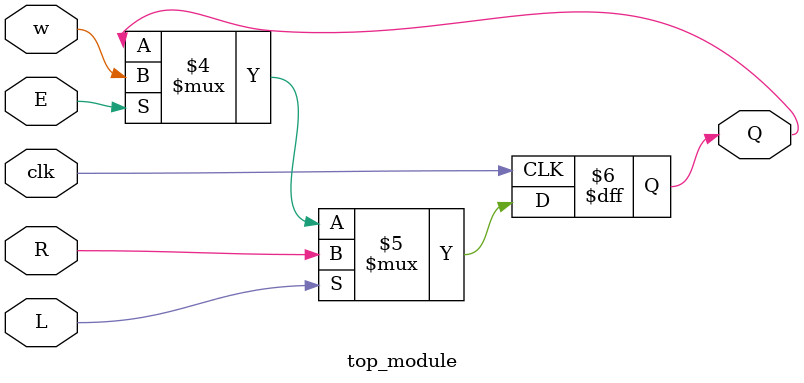
<source format=v>
module top_module (
    input clk,
    input w, R, E, L,
    output Q
);
    
    always @(posedge clk) begin
        Q <= L==1'b1 ? R : (E==1'b1 ? w : Q );  
    end

endmodule

</source>
